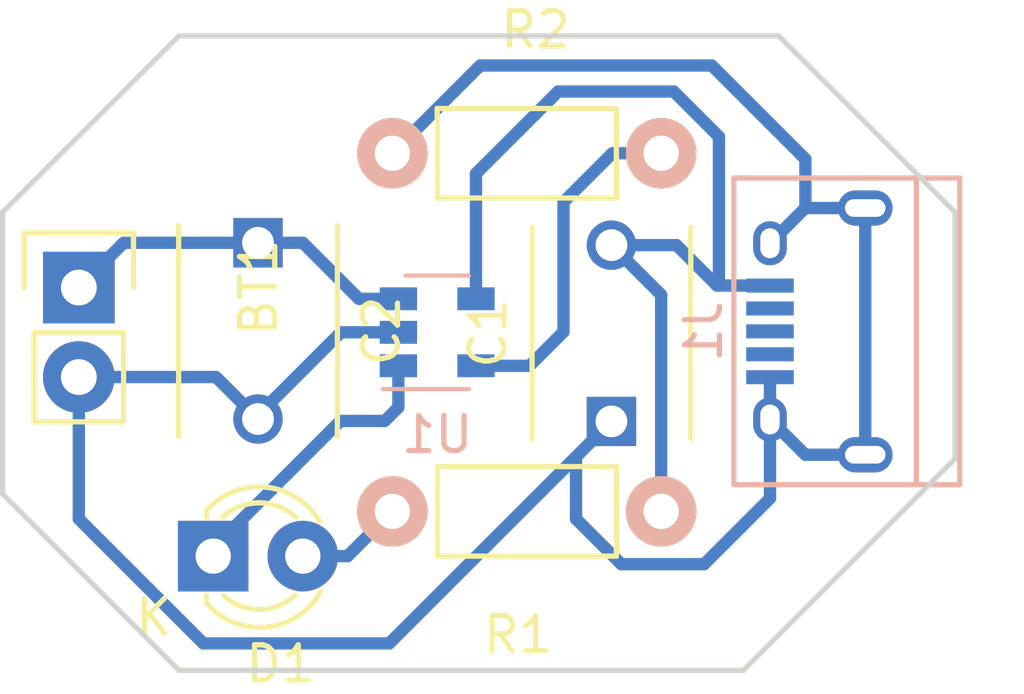
<source format=kicad_pcb>
(kicad_pcb (version 4) (host pcbnew 4.0.5)

  (general
    (links 17)
    (no_connects 0)
    (area 134.924999 95.85488 164.1932 115.895)
    (thickness 1.6)
    (drawings 8)
    (tracks 54)
    (zones 0)
    (modules 8)
    (nets 7)
  )

  (page A4)
  (layers
    (0 F.Cu signal)
    (31 B.Cu signal)
    (32 B.Adhes user)
    (33 F.Adhes user)
    (34 B.Paste user)
    (35 F.Paste user)
    (36 B.SilkS user)
    (37 F.SilkS user)
    (38 B.Mask user)
    (39 F.Mask user)
    (40 Dwgs.User user)
    (41 Cmts.User user)
    (42 Eco1.User user)
    (43 Eco2.User user)
    (44 Edge.Cuts user)
    (45 Margin user)
    (46 B.CrtYd user)
    (47 F.CrtYd user)
    (48 B.Fab user)
    (49 F.Fab user)
  )

  (setup
    (last_trace_width 0.35)
    (trace_clearance 0.2)
    (zone_clearance 0.508)
    (zone_45_only no)
    (trace_min 0.2)
    (segment_width 0.2)
    (edge_width 0.15)
    (via_size 0.6)
    (via_drill 0.4)
    (via_min_size 0.4)
    (via_min_drill 0.3)
    (uvia_size 0.3)
    (uvia_drill 0.1)
    (uvias_allowed no)
    (uvia_min_size 0.2)
    (uvia_min_drill 0.1)
    (pcb_text_width 0.3)
    (pcb_text_size 1.5 1.5)
    (mod_edge_width 0.15)
    (mod_text_size 1 1)
    (mod_text_width 0.15)
    (pad_size 1.524 1.524)
    (pad_drill 0.762)
    (pad_to_mask_clearance 0.2)
    (aux_axis_origin 135 115)
    (grid_origin 135 115)
    (visible_elements FFFFFF7F)
    (pcbplotparams
      (layerselection 0x01000_00000000)
      (usegerberextensions false)
      (excludeedgelayer true)
      (linewidth 0.100000)
      (plotframeref false)
      (viasonmask false)
      (mode 1)
      (useauxorigin true)
      (hpglpennumber 1)
      (hpglpenspeed 20)
      (hpglpendiameter 15)
      (hpglpenoverlay 2)
      (psnegative false)
      (psa4output false)
      (plotreference false)
      (plotvalue false)
      (plotinvisibletext false)
      (padsonsilk false)
      (subtractmaskfromsilk false)
      (outputformat 1)
      (mirror false)
      (drillshape 0)
      (scaleselection 1)
      (outputdirectory ""))
  )

  (net 0 "")
  (net 1 "Net-(BT1-Pad1)")
  (net 2 GNDREF)
  (net 3 +5V)
  (net 4 "Net-(D1-Pad1)")
  (net 5 "Net-(D1-Pad2)")
  (net 6 "Net-(R2-Pad2)")

  (net_class Default "Questo è il gruppo di collegamenti predefinito"
    (clearance 0.2)
    (trace_width 0.35)
    (via_dia 0.6)
    (via_drill 0.4)
    (uvia_dia 0.3)
    (uvia_drill 0.1)
    (add_net +5V)
    (add_net GNDREF)
    (add_net "Net-(BT1-Pad1)")
    (add_net "Net-(D1-Pad1)")
    (add_net "Net-(D1-Pad2)")
    (add_net "Net-(R2-Pad2)")
  )

  (module Socket_Strips:Socket_Strip_Straight_1x02 (layer F.Cu) (tedit 54E9F75E) (tstamp 58E63681)
    (at 137.16 104.14 270)
    (descr "Through hole socket strip")
    (tags "socket strip")
    (path /58E636F1)
    (fp_text reference BT1 (at 0 -5.1 270) (layer F.SilkS)
      (effects (font (size 1 1) (thickness 0.15)))
    )
    (fp_text value "Li-Ion Cell" (at 0 -3.1 270) (layer F.Fab)
      (effects (font (size 1 1) (thickness 0.15)))
    )
    (fp_line (start -1.55 1.55) (end 0 1.55) (layer F.SilkS) (width 0.15))
    (fp_line (start 3.81 1.27) (end 1.27 1.27) (layer F.SilkS) (width 0.15))
    (fp_line (start -1.75 -1.75) (end -1.75 1.75) (layer F.CrtYd) (width 0.05))
    (fp_line (start 4.3 -1.75) (end 4.3 1.75) (layer F.CrtYd) (width 0.05))
    (fp_line (start -1.75 -1.75) (end 4.3 -1.75) (layer F.CrtYd) (width 0.05))
    (fp_line (start -1.75 1.75) (end 4.3 1.75) (layer F.CrtYd) (width 0.05))
    (fp_line (start 1.27 1.27) (end 1.27 -1.27) (layer F.SilkS) (width 0.15))
    (fp_line (start 0 -1.55) (end -1.55 -1.55) (layer F.SilkS) (width 0.15))
    (fp_line (start -1.55 -1.55) (end -1.55 1.55) (layer F.SilkS) (width 0.15))
    (fp_line (start 1.27 -1.27) (end 3.81 -1.27) (layer F.SilkS) (width 0.15))
    (fp_line (start 3.81 -1.27) (end 3.81 1.27) (layer F.SilkS) (width 0.15))
    (pad 1 thru_hole rect (at 0 0 270) (size 2.032 2.032) (drill 1.016) (layers *.Cu *.Mask)
      (net 1 "Net-(BT1-Pad1)"))
    (pad 2 thru_hole oval (at 2.54 0 270) (size 2.032 2.032) (drill 1.016) (layers *.Cu *.Mask)
      (net 2 GNDREF))
    (model Socket_Strips.3dshapes/Socket_Strip_Straight_1x02.wrl
      (at (xyz 0.05 0 0))
      (scale (xyz 1 1 1))
      (rotate (xyz 0 0 180))
    )
  )

  (module LEDs:LED-3MM (layer F.Cu) (tedit 559B82F6) (tstamp 58E63693)
    (at 140.97 111.76)
    (descr "LED 3mm round vertical")
    (tags "LED  3mm round vertical")
    (path /58E635B0)
    (fp_text reference D1 (at 1.91 3.06) (layer F.SilkS)
      (effects (font (size 1 1) (thickness 0.15)))
    )
    (fp_text value LED (at 1.3 -2.9) (layer F.Fab)
      (effects (font (size 1 1) (thickness 0.15)))
    )
    (fp_line (start -1.2 2.3) (end 3.8 2.3) (layer F.CrtYd) (width 0.05))
    (fp_line (start 3.8 2.3) (end 3.8 -2.2) (layer F.CrtYd) (width 0.05))
    (fp_line (start 3.8 -2.2) (end -1.2 -2.2) (layer F.CrtYd) (width 0.05))
    (fp_line (start -1.2 -2.2) (end -1.2 2.3) (layer F.CrtYd) (width 0.05))
    (fp_line (start -0.199 1.314) (end -0.199 1.114) (layer F.SilkS) (width 0.15))
    (fp_line (start -0.199 -1.28) (end -0.199 -1.1) (layer F.SilkS) (width 0.15))
    (fp_arc (start 1.301 0.034) (end -0.199 -1.286) (angle 108.5) (layer F.SilkS) (width 0.15))
    (fp_arc (start 1.301 0.034) (end 0.25 -1.1) (angle 85.7) (layer F.SilkS) (width 0.15))
    (fp_arc (start 1.311 0.034) (end 3.051 0.994) (angle 110) (layer F.SilkS) (width 0.15))
    (fp_arc (start 1.301 0.034) (end 2.335 1.094) (angle 87.5) (layer F.SilkS) (width 0.15))
    (fp_text user K (at -1.69 1.74) (layer F.SilkS)
      (effects (font (size 1 1) (thickness 0.15)))
    )
    (pad 1 thru_hole rect (at 0 0 90) (size 2 2) (drill 1.00076) (layers *.Cu *.Mask)
      (net 4 "Net-(D1-Pad1)"))
    (pad 2 thru_hole circle (at 2.54 0) (size 2 2) (drill 1.00076) (layers *.Cu *.Mask)
      (net 5 "Net-(D1-Pad2)"))
    (model LEDs.3dshapes/LED-3MM.wrl
      (at (xyz 0.05 0 0))
      (scale (xyz 1 1 1))
      (rotate (xyz 0 0 90))
    )
  )

  (module Connectors:USB_Micro-B (layer B.Cu) (tedit 5543E447) (tstamp 58E636A0)
    (at 158.3182 105.3846 270)
    (descr "Micro USB Type B Receptacle")
    (tags "USB USB_B USB_micro USB_OTG")
    (path /58E63473)
    (attr smd)
    (fp_text reference J1 (at 0 3.45 270) (layer B.SilkS)
      (effects (font (size 1 1) (thickness 0.15)) (justify mirror))
    )
    (fp_text value USB_OTG (at 0 -4.8 270) (layer B.Fab)
      (effects (font (size 1 1) (thickness 0.15)) (justify mirror))
    )
    (fp_line (start -4.6 2.8) (end 4.6 2.8) (layer B.CrtYd) (width 0.05))
    (fp_line (start 4.6 2.8) (end 4.6 -4.05) (layer B.CrtYd) (width 0.05))
    (fp_line (start 4.6 -4.05) (end -4.6 -4.05) (layer B.CrtYd) (width 0.05))
    (fp_line (start -4.6 -4.05) (end -4.6 2.8) (layer B.CrtYd) (width 0.05))
    (fp_line (start -4.3509 -3.81746) (end 4.3491 -3.81746) (layer B.SilkS) (width 0.15))
    (fp_line (start -4.3509 2.58754) (end 4.3491 2.58754) (layer B.SilkS) (width 0.15))
    (fp_line (start 4.3491 2.58754) (end 4.3491 -3.81746) (layer B.SilkS) (width 0.15))
    (fp_line (start 4.3491 -2.58746) (end -4.3509 -2.58746) (layer B.SilkS) (width 0.15))
    (fp_line (start -4.3509 -3.81746) (end -4.3509 2.58754) (layer B.SilkS) (width 0.15))
    (pad 1 smd rect (at -1.3009 1.56254 180) (size 1.35 0.4) (layers B.Cu B.Paste B.Mask)
      (net 3 +5V))
    (pad 2 smd rect (at -0.6509 1.56254 180) (size 1.35 0.4) (layers B.Cu B.Paste B.Mask))
    (pad 3 smd rect (at -0.0009 1.56254 180) (size 1.35 0.4) (layers B.Cu B.Paste B.Mask))
    (pad 4 smd rect (at 0.6491 1.56254 180) (size 1.35 0.4) (layers B.Cu B.Paste B.Mask))
    (pad 5 smd rect (at 1.2991 1.56254 180) (size 1.35 0.4) (layers B.Cu B.Paste B.Mask)
      (net 2 GNDREF))
    (pad 6 thru_hole oval (at -2.5009 1.56254 180) (size 0.95 1.25) (drill oval 0.55 0.85) (layers *.Cu *.Mask)
      (net 2 GNDREF))
    (pad 6 thru_hole oval (at 2.4991 1.56254 180) (size 0.95 1.25) (drill oval 0.55 0.85) (layers *.Cu *.Mask)
      (net 2 GNDREF))
    (pad 6 thru_hole oval (at -3.5009 -1.13746 180) (size 1.55 1) (drill oval 1.15 0.5) (layers *.Cu *.Mask)
      (net 2 GNDREF))
    (pad 6 thru_hole oval (at 3.4991 -1.13746 180) (size 1.55 1) (drill oval 1.15 0.5) (layers *.Cu *.Mask)
      (net 2 GNDREF))
  )

  (module Resistors_THT:Resistor_Horizontal_RM7mm (layer F.Cu) (tedit 569FCF07) (tstamp 58E636A6)
    (at 153.67 110.49 180)
    (descr "Resistor, Axial,  RM 7.62mm, 1/3W,")
    (tags "Resistor Axial RM 7.62mm 1/3W R3")
    (path /58E639E4)
    (fp_text reference R1 (at 4.05892 -3.50012 180) (layer F.SilkS)
      (effects (font (size 1 1) (thickness 0.15)))
    )
    (fp_text value 470R (at 3.81 3.81 180) (layer F.Fab)
      (effects (font (size 1 1) (thickness 0.15)))
    )
    (fp_line (start -1.25 -1.5) (end 8.85 -1.5) (layer F.CrtYd) (width 0.05))
    (fp_line (start -1.25 1.5) (end -1.25 -1.5) (layer F.CrtYd) (width 0.05))
    (fp_line (start 8.85 -1.5) (end 8.85 1.5) (layer F.CrtYd) (width 0.05))
    (fp_line (start -1.25 1.5) (end 8.85 1.5) (layer F.CrtYd) (width 0.05))
    (fp_line (start 1.27 -1.27) (end 6.35 -1.27) (layer F.SilkS) (width 0.15))
    (fp_line (start 6.35 -1.27) (end 6.35 1.27) (layer F.SilkS) (width 0.15))
    (fp_line (start 6.35 1.27) (end 1.27 1.27) (layer F.SilkS) (width 0.15))
    (fp_line (start 1.27 1.27) (end 1.27 -1.27) (layer F.SilkS) (width 0.15))
    (pad 1 thru_hole circle (at 0 0 180) (size 1.99898 1.99898) (drill 1.00076) (layers *.Cu *.SilkS *.Mask)
      (net 3 +5V))
    (pad 2 thru_hole circle (at 7.62 0 180) (size 1.99898 1.99898) (drill 1.00076) (layers *.Cu *.SilkS *.Mask)
      (net 5 "Net-(D1-Pad2)"))
  )

  (module Resistors_THT:Resistor_Horizontal_RM7mm (layer F.Cu) (tedit 569FCF07) (tstamp 58E636AC)
    (at 146.05 100.33)
    (descr "Resistor, Axial,  RM 7.62mm, 1/3W,")
    (tags "Resistor Axial RM 7.62mm 1/3W R3")
    (path /58E63C6A)
    (fp_text reference R2 (at 4.05892 -3.50012) (layer F.SilkS)
      (effects (font (size 1 1) (thickness 0.15)))
    )
    (fp_text value 3k3 (at 3.81 3.81) (layer F.Fab)
      (effects (font (size 1 1) (thickness 0.15)))
    )
    (fp_line (start -1.25 -1.5) (end 8.85 -1.5) (layer F.CrtYd) (width 0.05))
    (fp_line (start -1.25 1.5) (end -1.25 -1.5) (layer F.CrtYd) (width 0.05))
    (fp_line (start 8.85 -1.5) (end 8.85 1.5) (layer F.CrtYd) (width 0.05))
    (fp_line (start -1.25 1.5) (end 8.85 1.5) (layer F.CrtYd) (width 0.05))
    (fp_line (start 1.27 -1.27) (end 6.35 -1.27) (layer F.SilkS) (width 0.15))
    (fp_line (start 6.35 -1.27) (end 6.35 1.27) (layer F.SilkS) (width 0.15))
    (fp_line (start 6.35 1.27) (end 1.27 1.27) (layer F.SilkS) (width 0.15))
    (fp_line (start 1.27 1.27) (end 1.27 -1.27) (layer F.SilkS) (width 0.15))
    (pad 1 thru_hole circle (at 0 0) (size 1.99898 1.99898) (drill 1.00076) (layers *.Cu *.SilkS *.Mask)
      (net 2 GNDREF))
    (pad 2 thru_hole circle (at 7.62 0) (size 1.99898 1.99898) (drill 1.00076) (layers *.Cu *.SilkS *.Mask)
      (net 6 "Net-(R2-Pad2)"))
  )

  (module TO_SOT_Packages_SMD:SOT-23-5 (layer B.Cu) (tedit 583F3A3F) (tstamp 58E636B5)
    (at 147.32 105.41)
    (descr "5-pin SOT23 package")
    (tags SOT-23-5)
    (path /58E634AB)
    (attr smd)
    (fp_text reference U1 (at 0 2.9) (layer B.SilkS)
      (effects (font (size 1 1) (thickness 0.15)) (justify mirror))
    )
    (fp_text value MCP73831 (at 0 -2.9) (layer B.Fab)
      (effects (font (size 1 1) (thickness 0.15)) (justify mirror))
    )
    (fp_line (start -0.9 -1.61) (end 0.9 -1.61) (layer B.SilkS) (width 0.12))
    (fp_line (start 0.9 1.61) (end -1.55 1.61) (layer B.SilkS) (width 0.12))
    (fp_line (start -1.9 1.8) (end 1.9 1.8) (layer B.CrtYd) (width 0.05))
    (fp_line (start 1.9 1.8) (end 1.9 -1.8) (layer B.CrtYd) (width 0.05))
    (fp_line (start 1.9 -1.8) (end -1.9 -1.8) (layer B.CrtYd) (width 0.05))
    (fp_line (start -1.9 -1.8) (end -1.9 1.8) (layer B.CrtYd) (width 0.05))
    (fp_line (start 0.9 1.55) (end -0.9 1.55) (layer B.Fab) (width 0.15))
    (fp_line (start -0.9 1.55) (end -0.9 -1.55) (layer B.Fab) (width 0.15))
    (fp_line (start 0.9 -1.55) (end -0.9 -1.55) (layer B.Fab) (width 0.15))
    (fp_line (start 0.9 1.55) (end 0.9 -1.55) (layer B.Fab) (width 0.15))
    (pad 1 smd rect (at -1.1 0.95) (size 1.06 0.65) (layers B.Cu B.Paste B.Mask)
      (net 4 "Net-(D1-Pad1)"))
    (pad 2 smd rect (at -1.1 0) (size 1.06 0.65) (layers B.Cu B.Paste B.Mask)
      (net 2 GNDREF))
    (pad 3 smd rect (at -1.1 -0.95) (size 1.06 0.65) (layers B.Cu B.Paste B.Mask)
      (net 1 "Net-(BT1-Pad1)"))
    (pad 4 smd rect (at 1.1 -0.95) (size 1.06 0.65) (layers B.Cu B.Paste B.Mask)
      (net 3 +5V))
    (pad 5 smd rect (at 1.1 0.95) (size 1.06 0.65) (layers B.Cu B.Paste B.Mask)
      (net 6 "Net-(R2-Pad2)"))
    (model TO_SOT_Packages_SMD.3dshapes/SOT-23-5.wrl
      (at (xyz 0 0 0))
      (scale (xyz 1 1 1))
      (rotate (xyz 0 0 0))
    )
  )

  (module Capacitors_ThroughHole:C_Disc_D6_P5 (layer F.Cu) (tedit 0) (tstamp 58E6372E)
    (at 152.2603 107.9373 90)
    (descr "Capacitor 6mm Disc, Pitch 5mm")
    (tags Capacitor)
    (path /58E63F04)
    (fp_text reference C1 (at 2.5 -3.5 90) (layer F.SilkS)
      (effects (font (size 1 1) (thickness 0.15)))
    )
    (fp_text value 4.7uF (at 2.5 3.5 90) (layer F.Fab)
      (effects (font (size 1 1) (thickness 0.15)))
    )
    (fp_line (start -0.95 -2.5) (end 5.95 -2.5) (layer F.CrtYd) (width 0.05))
    (fp_line (start 5.95 -2.5) (end 5.95 2.5) (layer F.CrtYd) (width 0.05))
    (fp_line (start 5.95 2.5) (end -0.95 2.5) (layer F.CrtYd) (width 0.05))
    (fp_line (start -0.95 2.5) (end -0.95 -2.5) (layer F.CrtYd) (width 0.05))
    (fp_line (start -0.5 -2.25) (end 5.5 -2.25) (layer F.SilkS) (width 0.15))
    (fp_line (start 5.5 2.25) (end -0.5 2.25) (layer F.SilkS) (width 0.15))
    (pad 1 thru_hole rect (at 0 0 90) (size 1.4 1.4) (drill 0.9) (layers *.Cu *.Mask)
      (net 2 GNDREF))
    (pad 2 thru_hole circle (at 5 0 90) (size 1.4 1.4) (drill 0.9) (layers *.Cu *.Mask)
      (net 3 +5V))
    (model Capacitors_ThroughHole.3dshapes/C_Disc_D6_P5.wrl
      (at (xyz 0.0984252 0 0))
      (scale (xyz 1 1 1))
      (rotate (xyz 0 0 0))
    )
  )

  (module Capacitors_ThroughHole:C_Disc_D6_P5 (layer F.Cu) (tedit 0) (tstamp 58E63733)
    (at 142.24 102.87 270)
    (descr "Capacitor 6mm Disc, Pitch 5mm")
    (tags Capacitor)
    (path /58E636A8)
    (fp_text reference C2 (at 2.5 -3.5 270) (layer F.SilkS)
      (effects (font (size 1 1) (thickness 0.15)))
    )
    (fp_text value 4.7uF (at 2.5 3.5 270) (layer F.Fab)
      (effects (font (size 1 1) (thickness 0.15)))
    )
    (fp_line (start -0.95 -2.5) (end 5.95 -2.5) (layer F.CrtYd) (width 0.05))
    (fp_line (start 5.95 -2.5) (end 5.95 2.5) (layer F.CrtYd) (width 0.05))
    (fp_line (start 5.95 2.5) (end -0.95 2.5) (layer F.CrtYd) (width 0.05))
    (fp_line (start -0.95 2.5) (end -0.95 -2.5) (layer F.CrtYd) (width 0.05))
    (fp_line (start -0.5 -2.25) (end 5.5 -2.25) (layer F.SilkS) (width 0.15))
    (fp_line (start 5.5 2.25) (end -0.5 2.25) (layer F.SilkS) (width 0.15))
    (pad 1 thru_hole rect (at 0 0 270) (size 1.4 1.4) (drill 0.9) (layers *.Cu *.Mask)
      (net 1 "Net-(BT1-Pad1)"))
    (pad 2 thru_hole circle (at 5 0 270) (size 1.4 1.4) (drill 0.9) (layers *.Cu *.Mask)
      (net 2 GNDREF))
    (model Capacitors_ThroughHole.3dshapes/C_Disc_D6_P5.wrl
      (at (xyz 0.0984252 0 0))
      (scale (xyz 1 1 1))
      (rotate (xyz 0 0 0))
    )
  )

  (gr_line (start 157 97) (end 140 97) (angle 90) (layer Edge.Cuts) (width 0.15))
  (gr_line (start 162 102) (end 157 97) (angle 90) (layer Edge.Cuts) (width 0.15))
  (gr_line (start 162 109) (end 162 102) (angle 90) (layer Edge.Cuts) (width 0.15))
  (gr_line (start 156 115) (end 162 109) (angle 90) (layer Edge.Cuts) (width 0.15))
  (gr_line (start 140 115) (end 156 115) (angle 90) (layer Edge.Cuts) (width 0.15))
  (gr_line (start 135 110) (end 140 115) (angle 90) (layer Edge.Cuts) (width 0.15))
  (gr_line (start 135 102) (end 135 110) (angle 90) (layer Edge.Cuts) (width 0.15))
  (gr_line (start 140 97) (end 135 102) (angle 90) (layer Edge.Cuts) (width 0.15))

  (segment (start 142.24 102.87) (end 138.43 102.87) (width 0.35) (layer B.Cu) (net 1) (status 400000))
  (segment (start 138.43 102.87) (end 137.16 104.14) (width 0.35) (layer B.Cu) (net 1) (tstamp 58E6393E) (status 800000))
  (segment (start 146.22 104.46) (end 145.1 104.46) (width 0.35) (layer B.Cu) (net 1) (status 400000))
  (segment (start 143.51 102.87) (end 142.24 102.87) (width 0.35) (layer B.Cu) (net 1) (tstamp 58E6393B) (status 800000))
  (segment (start 145.1 104.46) (end 143.51 102.87) (width 0.35) (layer B.Cu) (net 1) (tstamp 58E6393A))
  (segment (start 137.16 106.68) (end 137.16 110.7059) (width 0.35) (layer B.Cu) (net 2) (status 400000))
  (segment (start 145.9611 114.2365) (end 151.257 108.9406) (width 0.35) (layer B.Cu) (net 2) (tstamp 58E63982))
  (segment (start 140.6906 114.2365) (end 145.9611 114.2365) (width 0.35) (layer B.Cu) (net 2) (tstamp 58E63980))
  (segment (start 137.16 110.7059) (end 140.6906 114.2365) (width 0.35) (layer B.Cu) (net 2) (tstamp 58E6397E))
  (segment (start 156.75566 106.6837) (end 156.75566 107.8837) (width 0.35) (layer B.Cu) (net 2) (status C00000))
  (segment (start 156.75566 107.8837) (end 156.75566 110.12214) (width 0.35) (layer B.Cu) (net 2) (status 400000))
  (segment (start 156.75566 110.12214) (end 154.8892 111.9886) (width 0.35) (layer B.Cu) (net 2) (tstamp 58E63972))
  (segment (start 154.8892 111.9886) (end 152.5397 111.9886) (width 0.35) (layer B.Cu) (net 2) (tstamp 58E63974))
  (segment (start 152.5397 111.9886) (end 151.257 110.7059) (width 0.35) (layer B.Cu) (net 2) (tstamp 58E63976))
  (segment (start 151.257 110.7059) (end 151.257 108.9406) (width 0.35) (layer B.Cu) (net 2) (tstamp 58E63978))
  (segment (start 151.257 108.9406) (end 152.2603 107.9373) (width 0.35) (layer B.Cu) (net 2) (tstamp 58E63979) (status 800000))
  (segment (start 157.7594 101.8837) (end 157.7594 100.4951) (width 0.35) (layer B.Cu) (net 2))
  (segment (start 148.5392 97.8408) (end 146.05 100.33) (width 0.35) (layer B.Cu) (net 2) (tstamp 58E6396A) (status 800000))
  (segment (start 155.1051 97.8408) (end 148.5392 97.8408) (width 0.35) (layer B.Cu) (net 2) (tstamp 58E63968))
  (segment (start 157.7594 100.4951) (end 155.1051 97.8408) (width 0.35) (layer B.Cu) (net 2) (tstamp 58E63967))
  (segment (start 142.24 107.87) (end 142.24 107.7595) (width 0.35) (layer B.Cu) (net 2) (status C00000))
  (segment (start 142.24 107.7595) (end 144.5895 105.41) (width 0.35) (layer B.Cu) (net 2) (tstamp 58E63960) (status 400000))
  (segment (start 144.5895 105.41) (end 146.22 105.41) (width 0.35) (layer B.Cu) (net 2) (tstamp 58E63961) (status 800000))
  (segment (start 137.16 106.68) (end 141.05 106.68) (width 0.35) (layer B.Cu) (net 2) (status 400000))
  (segment (start 141.05 106.68) (end 142.24 107.87) (width 0.35) (layer B.Cu) (net 2) (tstamp 58E63941) (status 800000))
  (segment (start 159.45566 108.8837) (end 159.45566 101.8837) (width 0.35) (layer B.Cu) (net 2))
  (segment (start 159.45566 108.8837) (end 157.75566 108.8837) (width 0.35) (layer B.Cu) (net 2))
  (segment (start 157.75566 108.8837) (end 156.75566 107.8837) (width 0.35) (layer B.Cu) (net 2) (tstamp 58E638A1))
  (segment (start 159.45566 101.8837) (end 157.7594 101.8837) (width 0.35) (layer B.Cu) (net 2))
  (segment (start 157.7594 101.8837) (end 157.75566 101.8837) (width 0.35) (layer B.Cu) (net 2) (tstamp 58E63965))
  (segment (start 157.75566 101.8837) (end 156.75566 102.8837) (width 0.35) (layer B.Cu) (net 2) (tstamp 58E6389E))
  (segment (start 153.67 110.49) (end 153.67 104.347) (width 0.35) (layer B.Cu) (net 3) (status 400000))
  (segment (start 153.67 104.347) (end 152.2603 102.9373) (width 0.35) (layer B.Cu) (net 3) (tstamp 58E6396E) (status 800000))
  (segment (start 155.3083 104.0837) (end 155.3083 99.8601) (width 0.35) (layer B.Cu) (net 3))
  (segment (start 148.42 100.9064) (end 148.42 104.46) (width 0.35) (layer B.Cu) (net 3) (tstamp 58E6395C) (status 800000))
  (segment (start 150.749 98.5774) (end 148.42 100.9064) (width 0.35) (layer B.Cu) (net 3) (tstamp 58E6395A))
  (segment (start 154.0256 98.5774) (end 150.749 98.5774) (width 0.35) (layer B.Cu) (net 3) (tstamp 58E63959))
  (segment (start 155.3083 99.8601) (end 154.0256 98.5774) (width 0.35) (layer B.Cu) (net 3) (tstamp 58E63957))
  (segment (start 152.2603 102.9373) (end 154.1056 102.9373) (width 0.35) (layer B.Cu) (net 3))
  (segment (start 155.252 104.0837) (end 155.3083 104.0837) (width 0.35) (layer B.Cu) (net 3) (tstamp 58E6389B))
  (segment (start 155.3083 104.0837) (end 156.75566 104.0837) (width 0.35) (layer B.Cu) (net 3) (tstamp 58E63955))
  (segment (start 154.1056 102.9373) (end 155.252 104.0837) (width 0.35) (layer B.Cu) (net 3) (tstamp 58E6389A))
  (segment (start 140.97 111.76) (end 140.97 111.5314) (width 0.35) (layer B.Cu) (net 4) (status C00000))
  (segment (start 140.97 111.5314) (end 144.5768 107.9246) (width 0.35) (layer B.Cu) (net 4) (tstamp 58E63944) (status 400000))
  (segment (start 144.5768 107.9246) (end 145.8341 107.9246) (width 0.35) (layer B.Cu) (net 4) (tstamp 58E63945))
  (segment (start 145.8341 107.9246) (end 146.22 107.5387) (width 0.35) (layer B.Cu) (net 4) (tstamp 58E63946))
  (segment (start 146.22 107.5387) (end 146.22 106.36) (width 0.35) (layer B.Cu) (net 4) (tstamp 58E63947) (status 800000))
  (segment (start 143.51 111.76) (end 144.78 111.76) (width 0.35) (layer B.Cu) (net 5) (status 400000))
  (segment (start 144.78 111.76) (end 146.05 110.49) (width 0.35) (layer B.Cu) (net 5) (tstamp 58E6394A) (status 800000))
  (segment (start 148.42 106.36) (end 149.9387 106.36) (width 0.35) (layer B.Cu) (net 6) (status 400000))
  (segment (start 152.2857 100.33) (end 153.67 100.33) (width 0.35) (layer B.Cu) (net 6) (tstamp 58E63952) (status 800000))
  (segment (start 150.9014 101.7143) (end 152.2857 100.33) (width 0.35) (layer B.Cu) (net 6) (tstamp 58E63951))
  (segment (start 150.9014 105.3973) (end 150.9014 101.7143) (width 0.35) (layer B.Cu) (net 6) (tstamp 58E63950))
  (segment (start 149.9387 106.36) (end 150.9014 105.3973) (width 0.35) (layer B.Cu) (net 6) (tstamp 58E6394F))

)

</source>
